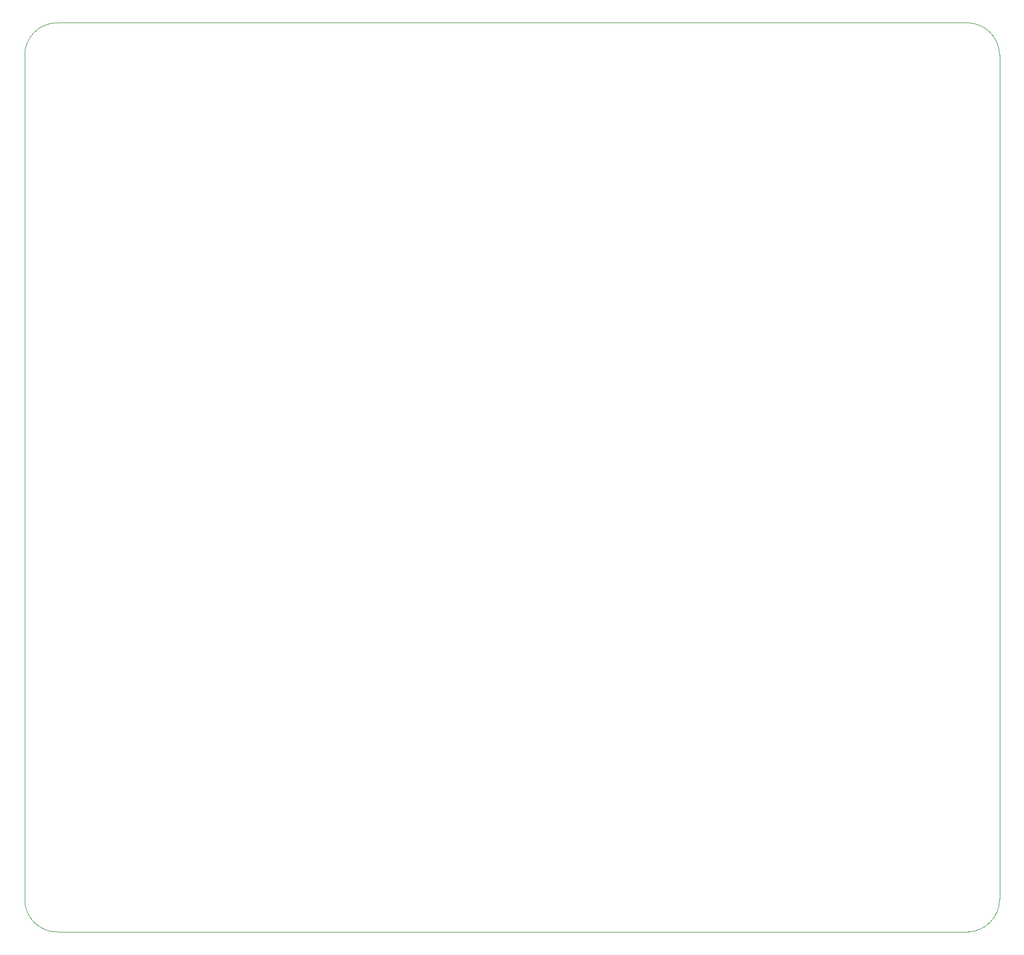
<source format=gm1>
G04 #@! TF.GenerationSoftware,KiCad,Pcbnew,7.0.7*
G04 #@! TF.CreationDate,2023-10-09T21:47:46+02:00*
G04 #@! TF.ProjectId,Kaboom_box_top,4b61626f-6f6d-45f6-926f-785f746f702e,rev?*
G04 #@! TF.SameCoordinates,Original*
G04 #@! TF.FileFunction,Profile,NP*
%FSLAX46Y46*%
G04 Gerber Fmt 4.6, Leading zero omitted, Abs format (unit mm)*
G04 Created by KiCad (PCBNEW 7.0.7) date 2023-10-09 21:47:46*
%MOMM*%
%LPD*%
G01*
G04 APERTURE LIST*
G04 #@! TA.AperFunction,Profile*
%ADD10C,0.100000*%
G04 #@! TD*
G04 APERTURE END LIST*
D10*
X220253246Y-169993584D02*
X220000000Y-169999999D01*
X224993181Y-34738320D02*
G75*
G03*
X220000000Y-30000000I-4993148J-261680D01*
G01*
X220253244Y-169993551D02*
G75*
G03*
X225000000Y-165000000I-253211J4993551D01*
G01*
X79738318Y-30006821D02*
G75*
G03*
X75000000Y-35000000I261715J-4993179D01*
G01*
X75000068Y-165000000D02*
X75000000Y-35000000D01*
X220000000Y-169999999D02*
X80000000Y-170000000D01*
X224993213Y-34738318D02*
X225000067Y-34999999D01*
X225000067Y-34999999D02*
X225000000Y-165000000D01*
X75006918Y-165261678D02*
X75000068Y-165000000D01*
X80000000Y-30000000D02*
X220000000Y-30000000D01*
X79738320Y-30006854D02*
X80000000Y-30000000D01*
X220000000Y-30000000D02*
X220000000Y-30000000D01*
X75006885Y-165261680D02*
G75*
G03*
X80000000Y-170000000I4993148J261680D01*
G01*
M02*

</source>
